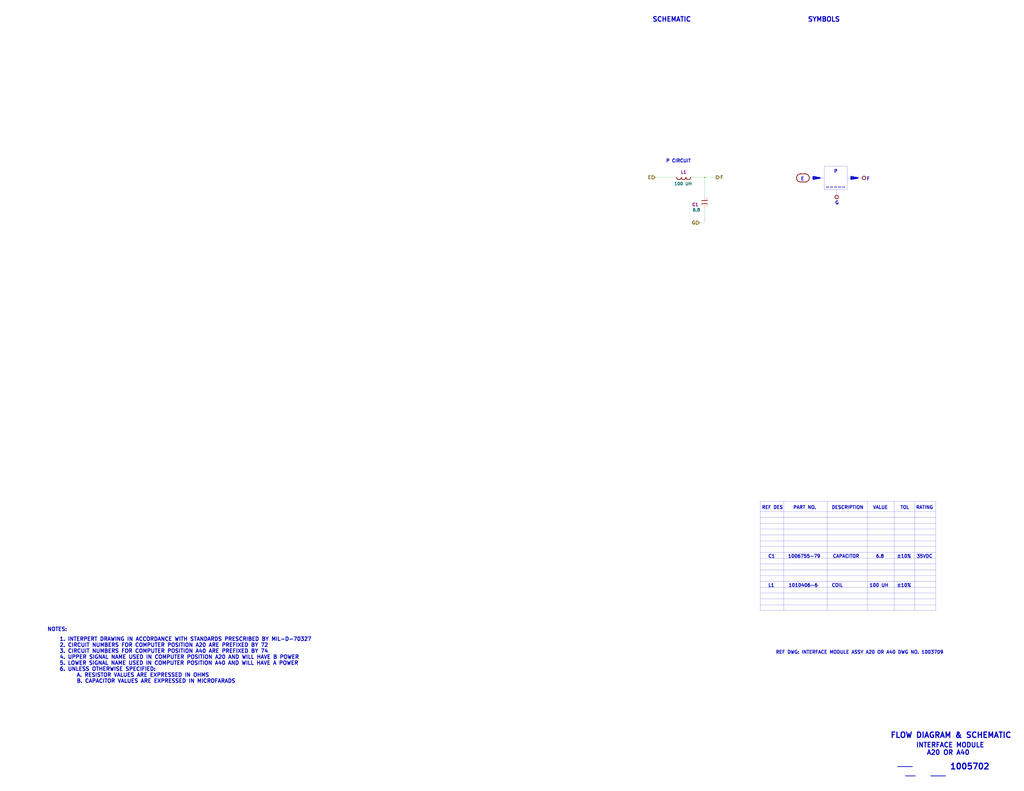
<source format=kicad_sch>
(kicad_sch (version 20211123) (generator eeschema)
  (paper "E")
  (lib_symbols
    (symbol "AGC_DSKY:Capacitor-Polarized" (pin_numbers hide) (pin_names (offset 0) hide)
      (property "Reference" "C" (at 4.445 5.08 0))
      (symbol "Capacitor-Polarized_0_0"
        (text "+" (at -2.54 4.445 0) (effects (font (size 3.556 3.556))))
        (text "-" (at -2.54 -3.81 0) (effects (font (size 3.556 3.556))))
      )
      (symbol "Capacitor-Polarized_0_1"
        (polyline (pts (xy -3.175 1.905) (xy 3.175 1.905)) (stroke (width 0.762)))
        (arc (start 3.175 -1.905) (mid 0 -1.2173) (end -3.175 -1.905) (stroke (width 0.762)))
      )
      (symbol "Capacitor-Polarized_1_1"
        (pin passive line (at 0 6.985 270) (length 5.08) (name "1") (number "1"))
        (pin passive line (at 0 -6.35 90) (length 5.08) (name "2") (number "2"))
      )
    )
    (symbol "AGC_DSKY:Inductor" (pin_numbers hide) (pin_names (offset 0) hide)
      (property "Reference" "L" (at -1.27 5.08 0))
      (symbol "Inductor_0_1"
        (arc (start -2.54 0) (mid -5.08 2.54) (end -7.62 0) (stroke (width 0.762)))
        (arc (start 2.54 0) (mid 0 2.54) (end -2.54 0) (stroke (width 0.762)))
        (arc (start 7.62 0) (mid 5.08 2.54) (end 2.54 0) (stroke (width 0.762)))
      )
      (symbol "Inductor_1_1"
        (pin passive line (at -10.16 0 0) (length 2.54) (name "1") (number "1"))
        (pin passive line (at 10.16 0 180) (length 2.54) (name "2") (number "2"))
      )
    )
    (symbol "AGC_DSKY:NodeGBody" (pin_numbers hide) (pin_names (offset 0) hide)
      (symbol "NodeGBody_0_1"
        (circle (center 0 0) (radius 1.905) (stroke (width 0.762)))
      )
    )
    (symbol "AGC_DSKY:OvalBody2" (pin_numbers hide) (pin_names (offset 0) hide)
      (symbol "OvalBody2_1_0"
        (arc (start -2.54 4.445) (mid -6.985 0) (end -2.54 -4.445) (stroke (width 0.762)))
        (polyline (pts (xy -2.54 -4.445) (xy 2.54 -4.445)) (stroke (width 0.762)))
        (polyline (pts (xy -2.54 4.445) (xy 2.54 4.445)) (stroke (width 0.762)))
        (arc (start 2.54 -4.445) (mid 6.985 0) (end 2.54 4.445) (stroke (width 0.762)))
      )
    )
  )
  (junction (at 768.985 193.675))
  (polyline (pts (xy 829.945 565.15) (xy 1021.08 565.15)) (stroke (width 0) (type solid)))
  (polyline (pts (xy 913.13 213.36) (xy 913.13 207.01)) (stroke (width 0) (type solid)))
  (wire (pts (xy 756.285 193.675) (xy 768.985 193.675)))
  (polyline (pts (xy 998.22 548.005) (xy 998.22 667.385)) (stroke (width 0) (type solid)))
  (polyline (pts (xy 829.945 577.85) (xy 1021.08 577.85)) (stroke (width 0) (type solid)))
  (polyline (pts (xy 924.56 194.31) (xy 941.07 194.31)) (stroke (width 0) (type solid)))
  (polyline (pts (xy 829.945 547.37) (xy 1021.08 547.37)) (stroke (width 0) (type solid)))
  (polyline (pts (xy 902.97 547.37) (xy 902.97 666.75)) (stroke (width 0) (type solid)))
  (polyline (pts (xy 829.945 660.4) (xy 1021.08 660.4)) (stroke (width 0) (type solid)))
  (polyline (pts (xy 936.625 194.31) (xy 930.275 193.04)) (stroke (width 0) (type solid)))
  (polyline (pts (xy 829.945 571.5) (xy 1021.08 571.5)) (stroke (width 0) (type solid)))
  (polyline (pts (xy 930.275 195.58) (xy 936.625 194.31)) (stroke (width 0) (type solid)))
  (polyline (pts (xy 930.275 193.04) (xy 930.275 195.58)) (stroke (width 0) (type solid)))
  (polyline (pts (xy 894.715 194.31) (xy 887.73 195.58)) (stroke (width 1.524) (type solid)))
  (polyline (pts (xy 829.945 635) (xy 1021.08 635)) (stroke (width 0) (type solid)))
  (wire (pts (xy 768.985 193.675) (xy 768.985 213.995)))
  (polyline (pts (xy 924.56 181.61) (xy 899.795 181.61)) (stroke (width 0) (type solid)))
  (polyline (pts (xy 829.945 590.55) (xy 1021.08 590.55)) (stroke (width 0) (type solid)))
  (polyline (pts (xy 924.56 207.01) (xy 924.56 181.61)) (stroke (width 0) (type solid)))
  (wire (pts (xy 768.985 193.675) (xy 781.685 193.675)))
  (polyline (pts (xy 829.945 622.3) (xy 1021.08 622.3)) (stroke (width 0) (type solid)))
  (polyline (pts (xy 975.995 547.37) (xy 975.995 666.75)) (stroke (width 0) (type solid)))
  (polyline (pts (xy 889 193.04) (xy 889 195.58)) (stroke (width 0) (type solid)))
  (polyline (pts (xy 829.945 603.25) (xy 1021.08 603.25)) (stroke (width 0) (type solid)))
  (polyline (pts (xy 829.945 558.8) (xy 1021.08 558.8)) (stroke (width 0) (type solid)))
  (polyline (pts (xy 829.945 547.37) (xy 829.945 666.75)) (stroke (width 0) (type solid)))
  (polyline (pts (xy 829.945 628.65) (xy 1021.08 628.65)) (stroke (width 0) (type solid)))
  (polyline (pts (xy 829.945 654.05) (xy 1021.08 654.05)) (stroke (width 0) (type solid)))
  (wire (pts (xy 768.985 227.33) (xy 768.985 243.205)))
  (polyline (pts (xy 883.285 194.31) (xy 899.795 194.31)) (stroke (width 0) (type solid)))
  (polyline (pts (xy 829.945 615.95) (xy 1021.08 615.95)) (stroke (width 0) (type solid)))
  (polyline (pts (xy 855.345 547.37) (xy 855.345 666.75)) (stroke (width 0) (type solid)))
  (polyline (pts (xy 899.795 181.61) (xy 899.795 207.01)) (stroke (width 0) (type solid)))
  (polyline (pts (xy 1021.08 547.37) (xy 1021.08 666.75)) (stroke (width 0) (type solid)))
  (polyline (pts (xy 935.99 194.31) (xy 929.005 195.58)) (stroke (width 1.524) (type solid)))
  (polyline (pts (xy 895.35 194.31) (xy 889 193.04)) (stroke (width 0) (type solid)))
  (polyline (pts (xy 829.945 647.7) (xy 1021.08 647.7)) (stroke (width 0) (type solid)))
  (polyline (pts (xy 887.73 193.04) (xy 894.715 194.31)) (stroke (width 1.524) (type solid)))
  (polyline (pts (xy 899.795 207.01) (xy 924.56 207.01)) (stroke (width 0) (type solid)))
  (polyline (pts (xy 946.785 547.37) (xy 946.785 666.75)) (stroke (width 0) (type solid)))
  (wire (pts (xy 768.985 243.205) (xy 763.27 243.205)))
  (polyline (pts (xy 887.73 195.58) (xy 887.73 193.04)) (stroke (width 1.524) (type solid)))
  (polyline (pts (xy 829.945 584.2) (xy 1021.08 584.2)) (stroke (width 0) (type solid)))
  (polyline (pts (xy 889 195.58) (xy 895.35 194.31)) (stroke (width 0) (type solid)))
  (polyline (pts (xy 829.945 609.6) (xy 1021.08 609.6)) (stroke (width 0) (type solid)))
  (polyline (pts (xy 829.945 666.75) (xy 1021.08 666.75)) (stroke (width 0) (type solid)))
  (polyline (pts (xy 929.005 195.58) (xy 929.005 193.04)) (stroke (width 1.524) (type solid)))
  (wire (pts (xy 735.965 193.675) (xy 715.01 193.675)))
  (polyline (pts (xy 929.005 193.04) (xy 935.99 194.31)) (stroke (width 1.524) (type solid)))
  (polyline (pts (xy 829.945 596.9) (xy 1021.08 596.9)) (stroke (width 0) (type solid)))
  (polyline (pts (xy 829.945 641.35) (xy 1021.08 641.35)) (stroke (width 0) (type solid)))
  (text "PART NO." (at 865.505 556.26 0) (effects (font (size 3.556 3.556) (thickness 0.7112) bold) (justify left bottom)))
  (text "COIL" (at 907.415 641.35 0) (effects (font (size 3.556 3.556) (thickness 0.7112) bold) (justify left bottom)))
  (text "NOTES:" (at 51.435 689.61 0) (effects (font (size 4.064 4.064) (thickness 0.8128) bold) (justify left bottom)))
  (text "1. INTERPERT DRAWING IN ACCORDANCE WITH STANDARDS PRESCRIBED BY MIL-D-70327\n2. CIRCUIT NUMBERS FOR COMPUTER POSITION A20 ARE PREFIXED BY 72\n3. CIRCUIT NUMBERS FOR COMPUTER POSITION A40 ARE PREFIXED BY 74\n4. UPPER SIGNAL NAME USED IN COMPUTER POSITION A20 AND WILL HAVE B POWER\n5. LOWER SIGNAL NAME USED IN COMPUTER POSITION A40 AND WILL HAVE A POWER\n6. UNLESS OTHERWISE SPECIFIED:\n      A. RESISTOR VALUES ARE EXPRESSED IN OHMS\n      B. CAPACITOR VALUES ARE EXPRESSED IN MICROFARADS" (at 64.77 746.125 0) (effects (font (size 4.064 4.064) (thickness 0.8128) bold) (justify left bottom)))
  (text "SCHEMATIC" (at 711.835 24.13 0) (effects (font (size 5.08 5.08) (thickness 1.016) bold) (justify left bottom)))
  (text "F" (at 945.515 197.485 0) (effects (font (size 3.556 3.556) (thickness 0.7112) bold) (justify left bottom)))
  (text "REF DWG: INTERFACE MODULE ASSY A20 OR A40 DWG NO. 1003709" (at 846.455 714.375 0) (effects (font (size 3.556 3.556) (thickness 0.7112) bold) (justify left bottom)))
  (text "____" (at 999.49 847.725 180) (effects (font (size 3.556 3.556) (thickness 0.7112) bold) (justify right bottom)))
  (text "P CIRCUIT" (at 754.38 177.8 180) (effects (font (size 3.556 3.556) (thickness 0.7112) bold) (justify right bottom)))
  (text "1005702" (at 1036.447 840.867 0) (effects (font (size 6.35 6.35) (thickness 1.27) bold) (justify left bottom)))
  (text "TOL" (at 982.345 556.26 0) (effects (font (size 3.556 3.556) (thickness 0.7112) bold) (justify left bottom)))
  (text "C1" (at 838.2 609.6 0) (effects (font (size 3.556 3.556) (thickness 0.7112) bold) (justify left bottom)))
  (text "______" (at 996.315 837.565 180) (effects (font (size 3.556 3.556) (thickness 0.7112) bold) (justify right bottom)))
  (text "±10%" (at 978.535 641.35 0) (effects (font (size 3.556 3.556) (thickness 0.7112) bold) (justify left bottom)))
  (text "INTERFACE MODULE\n   A20 OR A40" (at 999.49 824.865 0) (effects (font (size 5.08 5.08) (thickness 1.016) bold) (justify left bottom)))
  (text "VALUE" (at 952.5 556.26 0) (effects (font (size 3.556 3.556) (thickness 0.7112) bold) (justify left bottom)))
  (text "35VDC" (at 1000.125 609.6 0) (effects (font (size 3.556 3.556) (thickness 0.7112) bold) (justify left bottom)))
  (text "RATING" (at 999.49 556.26 0) (effects (font (size 3.556 3.556) (thickness 0.7112) bold) (justify left bottom)))
  (text "______" (at 1032.51 847.725 180) (effects (font (size 3.556 3.556) (thickness 0.7112) bold) (justify right bottom)))
  (text "CAPACITOR" (at 908.685 609.6 0) (effects (font (size 3.556 3.556) (thickness 0.7112) bold) (justify left bottom)))
  (text "FLOW DIAGRAM & SCHEMATIC" (at 971.55 806.45 0) (effects (font (size 5.9944 5.9944) (thickness 1.1989) bold) (justify left bottom)))
  (text "±10%" (at 978.535 609.6 0) (effects (font (size 3.556 3.556) (thickness 0.7112) bold) (justify left bottom)))
  (text "-----" (at 900.43 206.375 0) (effects (font (size 3.556 3.556) (thickness 0.7112) bold) (justify left bottom)))
  (text "6.8" (at 955.675 609.6 0) (effects (font (size 3.556 3.556) (thickness 0.7112) bold) (justify left bottom)))
  (text "L1" (at 838.2 641.35 0) (effects (font (size 3.556 3.556) (thickness 0.7112) bold) (justify left bottom)))
  (text "100 UH" (at 948.69 641.35 0) (effects (font (size 3.556 3.556) (thickness 0.7112) bold) (justify left bottom)))
  (text "E" (at 873.76 197.485 0) (effects (font (size 3.556 3.556) (thickness 0.7112) bold) (justify left bottom)))
  (text "1010406-6" (at 860.425 641.35 0) (effects (font (size 3.556 3.556) (thickness 0.7112) bold) (justify left bottom)))
  (text "REF DES" (at 831.215 556.26 0) (effects (font (size 3.556 3.556) (thickness 0.7112) bold) (justify left bottom)))
  (text "SYMBOLS" (at 881.38 24.13 0) (effects (font (size 5.08 5.08) (thickness 1.016) bold) (justify left bottom)))
  (text "DESCRIPTION" (at 907.415 556.26 0) (effects (font (size 3.556 3.556) (thickness 0.7112) bold) (justify left bottom)))
  (text "G" (at 911.225 223.52 0) (effects (font (size 3.556 3.556) (thickness 0.7112) bold) (justify left bottom)))
  (text "1006755-79" (at 859.79 609.6 0) (effects (font (size 3.556 3.556) (thickness 0.7112) bold) (justify left bottom)))
  (text "P" (at 909.955 189.23 0) (effects (font (size 3.556 3.556) (thickness 0.7112) bold) (justify left bottom)))
  (hierarchical_label "G" (shape input) (at 763.27 243.205 180) (effects (font (size 3.556 3.556) (thickness 0.7112) bold)))
  (hierarchical_label "E" (shape input) (at 715.01 193.675 180) (effects (font (size 3.556 3.556) (thickness 0.7112) bold)))
  (hierarchical_label "F" (shape output) (at 781.685 193.675 0) (effects (font (size 3.556 3.556) (thickness 0.7112) bold)))
  (symbol (lib_id "AGC_DSKY:Inductor") (at 746.125 193.675 0) (mirror x)
    (property "Reference" "5L1" (effects hide))
    (property "Value" "100 UH" (at 745.49 200.66 0) (effects (font (size 3.302 3.302) bold)))
    (property "baseRefd" "L1" (at 746.125 187.96 0) (effects (font (size 3.302 3.302) bold)))
  )
  (symbol (lib_id "AGC_DSKY:Capacitor-Polarized") (at 768.985 220.98 0) (mirror y)
    (property "Reference" "5C1" (effects hide))
    (property "Value" "6.8" (at 760.095 229.235 0) (effects (font (size 3.302 3.302) bold)))
    (property "baseRefd" "C1" (at 758.825 223.52 0) (effects (font (size 3.302 3.302) bold)))
  )
  (symbol (lib_id "AGC_DSKY:NodeGBody") (at 913.13 215.265 0)
    (property "Reference" "N401" (effects hide))
    (property "Value" "NodeGBody" (effects hide))
  )
  (symbol (lib_id "AGC_DSKY:NodeGBody") (at 942.975 194.31 0)
    (property "Reference" "N402" (effects hide))
    (property "Value" "NodeGBody" (effects hide))
  )
  (symbol (lib_id "AGC_DSKY:OvalBody2") (at 876.3 194.31 0)
    (property "Reference" "X401" (effects hide))
    (property "Value" "OvalBody2" (effects hide))
  )
)
</source>
